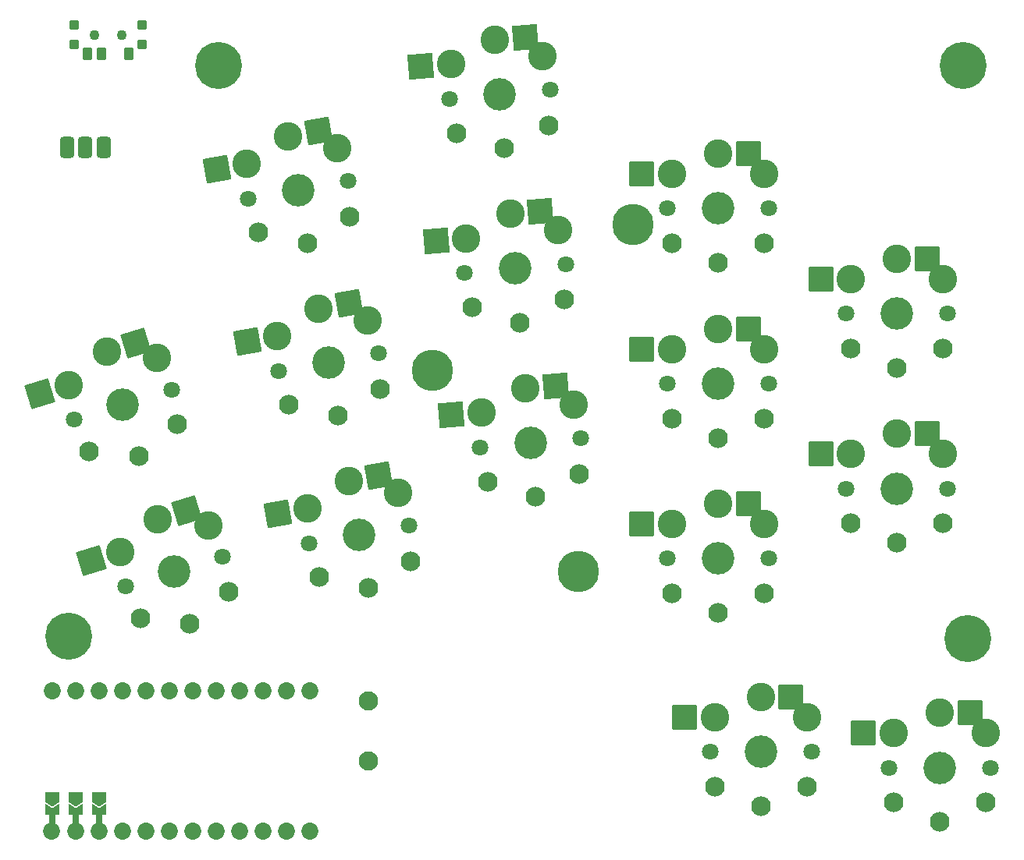
<source format=gbr>
%TF.GenerationSoftware,KiCad,Pcbnew,(6.0.4)*%
%TF.CreationDate,2022-09-04T01:37:31+02:00*%
%TF.ProjectId,wizza,77697a7a-612e-46b6-9963-61645f706362,v1.0.0*%
%TF.SameCoordinates,Original*%
%TF.FileFunction,Soldermask,Top*%
%TF.FilePolarity,Negative*%
%FSLAX46Y46*%
G04 Gerber Fmt 4.6, Leading zero omitted, Abs format (unit mm)*
G04 Created by KiCad (PCBNEW (6.0.4)) date 2022-09-04 01:37:31*
%MOMM*%
%LPD*%
G01*
G04 APERTURE LIST*
G04 Aperture macros list*
%AMRoundRect*
0 Rectangle with rounded corners*
0 $1 Rounding radius*
0 $2 $3 $4 $5 $6 $7 $8 $9 X,Y pos of 4 corners*
0 Add a 4 corners polygon primitive as box body*
4,1,4,$2,$3,$4,$5,$6,$7,$8,$9,$2,$3,0*
0 Add four circle primitives for the rounded corners*
1,1,$1+$1,$2,$3*
1,1,$1+$1,$4,$5*
1,1,$1+$1,$6,$7*
1,1,$1+$1,$8,$9*
0 Add four rect primitives between the rounded corners*
20,1,$1+$1,$2,$3,$4,$5,0*
20,1,$1+$1,$4,$5,$6,$7,0*
20,1,$1+$1,$6,$7,$8,$9,0*
20,1,$1+$1,$8,$9,$2,$3,0*%
%AMFreePoly0*
4,1,16,0.535355,0.785355,0.550000,0.750000,0.550000,-0.750000,0.535355,-0.785355,0.500000,-0.800000,-0.650000,-0.800000,-0.685355,-0.785355,-0.700000,-0.750000,-0.691603,-0.722265,-0.210093,0.000000,-0.691603,0.722265,-0.699029,0.759806,-0.677735,0.791603,-0.650000,0.800000,0.500000,0.800000,0.535355,0.785355,0.535355,0.785355,$1*%
%AMFreePoly1*
4,1,16,0.535355,0.785355,0.541603,0.777735,1.041603,0.027735,1.049029,-0.009806,1.041603,-0.027735,0.541603,-0.777735,0.509806,-0.799029,0.500000,-0.800000,-0.500000,-0.800000,-0.535355,-0.785355,-0.550000,-0.750000,-0.550000,0.750000,-0.535355,0.785355,-0.500000,0.800000,0.500000,0.800000,0.535355,0.785355,0.535355,0.785355,$1*%
G04 Aperture macros list end*
%ADD10C,3.100000*%
%ADD11C,1.801800*%
%ADD12C,3.529000*%
%ADD13RoundRect,0.050000X-1.181751X-1.408356X1.408356X-1.181751X1.181751X1.408356X-1.408356X1.181751X0*%
%ADD14C,2.132000*%
%ADD15RoundRect,0.050000X-1.054507X-1.505993X1.505993X-1.054507X1.054507X1.505993X-1.505993X1.054507X0*%
%ADD16RoundRect,0.050000X-0.863113X-1.623279X1.623279X-0.863113X0.863113X1.623279X-1.623279X0.863113X0*%
%ADD17RoundRect,0.050000X-1.300000X-1.300000X1.300000X-1.300000X1.300000X1.300000X-1.300000X1.300000X0*%
%ADD18RoundRect,0.050000X-0.250000X-0.762000X0.250000X-0.762000X0.250000X0.762000X-0.250000X0.762000X0*%
%ADD19C,1.852600*%
%ADD20FreePoly0,270.000000*%
%ADD21FreePoly1,270.000000*%
%ADD22C,4.500000*%
%ADD23C,5.100000*%
%ADD24C,1.100000*%
%ADD25RoundRect,0.425000X-0.375000X-0.750000X0.375000X-0.750000X0.375000X0.750000X-0.375000X0.750000X0*%
%ADD26C,2.100000*%
%ADD27RoundRect,0.050000X-0.450000X-0.450000X0.450000X-0.450000X0.450000X0.450000X-0.450000X0.450000X0*%
%ADD28RoundRect,0.050000X-0.450000X-0.625000X0.450000X-0.625000X0.450000X0.625000X-0.450000X0.625000X0*%
G04 APERTURE END LIST*
D10*
%TO.C,S7*%
X243783017Y-81205767D03*
D11*
X243611753Y-84985074D03*
X254569895Y-84026360D03*
D12*
X249090824Y-84505717D03*
D10*
X248572247Y-78578359D03*
X253744964Y-80334209D03*
D13*
X240520478Y-81491201D03*
D14*
X244441042Y-88727036D03*
X254402989Y-87855478D03*
D13*
X251834784Y-78292925D03*
D14*
X249605043Y-90383266D03*
%TD*%
D10*
%TO.C,S8*%
X242127058Y-62278068D03*
D11*
X241955794Y-66057375D03*
X252913936Y-65098661D03*
D12*
X247434865Y-65578018D03*
D10*
X246916288Y-59650660D03*
X252089005Y-61406510D03*
D13*
X238864519Y-62563502D03*
D14*
X242785083Y-69799337D03*
X252747030Y-68927779D03*
D13*
X250178825Y-59365226D03*
D14*
X247949084Y-71455567D03*
%TD*%
D10*
%TO.C,S4*%
X223251202Y-91863710D03*
D11*
X223409978Y-95643562D03*
X234242864Y-93733432D03*
D12*
X228826421Y-94688497D03*
D10*
X227793214Y-88828891D03*
X233099279Y-90127228D03*
D15*
X220025955Y-92432407D03*
D14*
X224562245Y-99299007D03*
X234410323Y-97562526D03*
D15*
X231018459Y-88260194D03*
D14*
X229850945Y-100498863D03*
%TD*%
D10*
%TO.C,S1*%
X206219823Y-115295004D03*
D11*
X206838064Y-119027331D03*
X217357416Y-115811243D03*
D12*
X212097740Y-117419287D03*
D10*
X210358128Y-111729274D03*
X215782870Y-112371287D03*
D16*
X203087923Y-116252520D03*
D14*
X208427229Y-122515104D03*
X217990276Y-119591387D03*
D16*
X213490026Y-110771758D03*
D14*
X213822733Y-123061485D03*
%TD*%
D10*
%TO.C,S9*%
X266115601Y-112236368D03*
D11*
X265615601Y-115986367D03*
X276615601Y-115986367D03*
D12*
X271115601Y-115986367D03*
D10*
X271115601Y-110036367D03*
X276115601Y-112236368D03*
D17*
X262840600Y-112236367D03*
D14*
X266115601Y-119786367D03*
X276115601Y-119786367D03*
D17*
X274390600Y-110036368D03*
D14*
X271115601Y-121886367D03*
%TD*%
D10*
%TO.C,S12*%
X285515601Y-104636368D03*
D11*
X285015601Y-108386367D03*
X296015601Y-108386367D03*
D12*
X290515601Y-108386367D03*
D10*
X290515601Y-102436367D03*
X295515601Y-104636368D03*
D17*
X282240600Y-104636367D03*
D14*
X285515601Y-112186367D03*
X295515601Y-112186367D03*
D17*
X293790600Y-102436368D03*
D14*
X290515601Y-114286367D03*
%TD*%
D10*
%TO.C,S14*%
X270740601Y-133236368D03*
D11*
X270240601Y-136986367D03*
X281240601Y-136986367D03*
D12*
X275740601Y-136986367D03*
D10*
X275740601Y-131036367D03*
X280740601Y-133236368D03*
D17*
X267465600Y-133236367D03*
D14*
X270740601Y-140786367D03*
X280740601Y-140786367D03*
D17*
X279015600Y-131036368D03*
D14*
X275740601Y-142886367D03*
%TD*%
D10*
%TO.C,S6*%
X245438977Y-100133466D03*
D11*
X245267713Y-103912773D03*
X256225855Y-102954059D03*
D12*
X250746784Y-103433416D03*
D10*
X250228207Y-97506058D03*
X255400924Y-99261908D03*
D13*
X242176438Y-100418900D03*
D14*
X246097002Y-107654735D03*
X256058949Y-106783177D03*
D13*
X253490744Y-97220624D03*
D14*
X251261003Y-109310965D03*
%TD*%
D10*
%TO.C,S15*%
X290140601Y-134946368D03*
D11*
X289640601Y-138696367D03*
X300640601Y-138696367D03*
D12*
X295140601Y-138696367D03*
D10*
X295140601Y-132746367D03*
X300140601Y-134946368D03*
D17*
X286865600Y-134946367D03*
D14*
X290140601Y-142496367D03*
X300140601Y-142496367D03*
D17*
X298415600Y-132746368D03*
D14*
X295140601Y-144596367D03*
%TD*%
D10*
%TO.C,S11*%
X266115601Y-74236368D03*
D11*
X265615601Y-77986367D03*
X276615601Y-77986367D03*
D12*
X271115601Y-77986367D03*
D10*
X271115601Y-72036367D03*
X276115601Y-74236368D03*
D17*
X262840600Y-74236367D03*
D14*
X266115601Y-81786367D03*
X276115601Y-81786367D03*
D17*
X274390600Y-72036368D03*
D14*
X271115601Y-83886367D03*
%TD*%
D10*
%TO.C,S2*%
X200664760Y-97125213D03*
D11*
X201283001Y-100857540D03*
X211802353Y-97641452D03*
D12*
X206542677Y-99249496D03*
D10*
X204803065Y-93559483D03*
X210227807Y-94201496D03*
D16*
X197532860Y-98082729D03*
D14*
X202872166Y-104345313D03*
X212435213Y-101421596D03*
D16*
X207934963Y-92601967D03*
D14*
X208267670Y-104891694D03*
%TD*%
D10*
%TO.C,S13*%
X285515601Y-85636368D03*
D11*
X285015601Y-89386367D03*
X296015601Y-89386367D03*
D12*
X290515601Y-89386367D03*
D10*
X290515601Y-83436367D03*
X295515601Y-85636368D03*
D17*
X282240600Y-85636367D03*
D14*
X285515601Y-93186367D03*
X295515601Y-93186367D03*
D17*
X293790600Y-83436368D03*
D14*
X290515601Y-95286367D03*
%TD*%
D10*
%TO.C,S5*%
X219951887Y-73152363D03*
D11*
X220110663Y-76932215D03*
X230943549Y-75022085D03*
D12*
X225527106Y-75977150D03*
D10*
X224493899Y-70117544D03*
X229799964Y-71415881D03*
D15*
X216726640Y-73721060D03*
D14*
X221262930Y-80587660D03*
X231111008Y-78851179D03*
D15*
X227719144Y-69548847D03*
D14*
X226551630Y-81787516D03*
%TD*%
D10*
%TO.C,S10*%
X266115601Y-93236368D03*
D11*
X265615601Y-96986367D03*
X276615601Y-96986367D03*
D12*
X271115601Y-96986367D03*
D10*
X271115601Y-91036367D03*
X276115601Y-93236368D03*
D17*
X262840600Y-93236367D03*
D14*
X266115601Y-100786367D03*
X276115601Y-100786367D03*
D17*
X274390600Y-91036368D03*
D14*
X271115601Y-102886367D03*
%TD*%
D10*
%TO.C,S3*%
X226550518Y-110575057D03*
D11*
X226709294Y-114354909D03*
X237542180Y-112444779D03*
D12*
X232125737Y-113399844D03*
D10*
X231092530Y-107540238D03*
X236398595Y-108838575D03*
D15*
X223325271Y-111143754D03*
D14*
X227861561Y-118010354D03*
X237709639Y-116273873D03*
D15*
X234317775Y-106971541D03*
D14*
X233150261Y-119210210D03*
%TD*%
D18*
%TO.C,MCU1*%
X203962000Y-144242523D03*
D19*
X198798254Y-145574000D03*
D18*
X198882000Y-144242523D03*
D19*
X198882000Y-130334000D03*
X201422000Y-145574000D03*
D20*
X203962000Y-143317523D03*
D19*
X203962000Y-130334000D03*
D18*
X201422000Y-144242523D03*
D19*
X201422000Y-130334000D03*
D20*
X201422000Y-143317523D03*
X198882000Y-143317523D03*
D19*
X203962000Y-145574000D03*
D21*
X198882000Y-141867523D03*
X201422000Y-141867523D03*
X203962000Y-141867523D03*
D19*
X206502000Y-145574000D03*
X209042000Y-145574000D03*
X211582000Y-145574000D03*
X214122000Y-145574000D03*
X216662000Y-145574000D03*
X219202000Y-145574000D03*
X221742000Y-145574000D03*
X224282000Y-145574000D03*
X226822000Y-145574000D03*
X206502000Y-130334000D03*
X209042000Y-130334000D03*
X211582000Y-130334000D03*
X214122000Y-130334000D03*
X216662000Y-130334000D03*
X219202000Y-130334000D03*
X221742000Y-130334000D03*
X224282000Y-130334000D03*
X226822000Y-130334000D03*
%TD*%
D22*
%TO.C,*%
X255913847Y-117386926D03*
X261874000Y-79756000D03*
X240078461Y-95591387D03*
%TD*%
D23*
%TO.C,*%
X200660000Y-124460000D03*
%TD*%
D24*
%TO.C,T2*%
X203450615Y-59106416D03*
X206450615Y-59106416D03*
%TD*%
D23*
%TO.C,*%
X297688000Y-62484000D03*
%TD*%
%TO.C,*%
X216916000Y-62484000D03*
%TD*%
%TO.C,*%
X298196000Y-124714000D03*
%TD*%
D25*
%TO.C,PAD1*%
X204470000Y-71374000D03*
X202470000Y-71374000D03*
X200470000Y-71374000D03*
%TD*%
D26*
%TO.C,B1*%
X233172000Y-137954000D03*
X233172000Y-131454000D03*
%TD*%
D27*
%TO.C,T1*%
X208650615Y-60206416D03*
X201250615Y-58006416D03*
X208650615Y-58006416D03*
X201250615Y-60206416D03*
D28*
X207200615Y-61181416D03*
X204200615Y-61181416D03*
X202700615Y-61181416D03*
%TD*%
M02*

</source>
